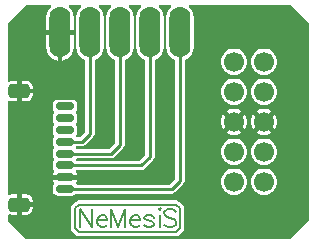
<source format=gtl>
G04*
G04 #@! TF.GenerationSoftware,Altium Limited,Altium Designer,23.4.1 (23)*
G04*
G04 Layer_Physical_Order=1*
G04 Layer_Color=255*
%FSLAX25Y25*%
%MOIN*%
G70*
G04*
G04 #@! TF.SameCoordinates,994BBBC9-EF8B-4D44-965E-D27BE21E36CE*
G04*
G04*
G04 #@! TF.FilePolarity,Positive*
G04*
G01*
G75*
G04:AMPARAMS|DCode=13|XSize=47.24mil|YSize=70.87mil|CornerRadius=11.81mil|HoleSize=0mil|Usage=FLASHONLY|Rotation=90.000|XOffset=0mil|YOffset=0mil|HoleType=Round|Shape=RoundedRectangle|*
%AMROUNDEDRECTD13*
21,1,0.04724,0.04724,0,0,90.0*
21,1,0.02362,0.07087,0,0,90.0*
1,1,0.02362,0.02362,0.01181*
1,1,0.02362,0.02362,-0.01181*
1,1,0.02362,-0.02362,-0.01181*
1,1,0.02362,-0.02362,0.01181*
%
%ADD13ROUNDEDRECTD13*%
G04:AMPARAMS|DCode=14|XSize=61.02mil|YSize=23.62mil|CornerRadius=5.91mil|HoleSize=0mil|Usage=FLASHONLY|Rotation=0.000|XOffset=0mil|YOffset=0mil|HoleType=Round|Shape=RoundedRectangle|*
%AMROUNDEDRECTD14*
21,1,0.06102,0.01181,0,0,0.0*
21,1,0.04921,0.02362,0,0,0.0*
1,1,0.01181,0.02461,-0.00591*
1,1,0.01181,-0.02461,-0.00591*
1,1,0.01181,-0.02461,0.00591*
1,1,0.01181,0.02461,0.00591*
%
%ADD14ROUNDEDRECTD14*%
G04:AMPARAMS|DCode=15|XSize=23.62mil|YSize=61.02mil|CornerRadius=5.91mil|HoleSize=0mil|Usage=FLASHONLY|Rotation=270.000|XOffset=0mil|YOffset=0mil|HoleType=Round|Shape=RoundedRectangle|*
%AMROUNDEDRECTD15*
21,1,0.02362,0.04921,0,0,270.0*
21,1,0.01181,0.06102,0,0,270.0*
1,1,0.01181,-0.02461,-0.00591*
1,1,0.01181,-0.02461,0.00591*
1,1,0.01181,0.02461,0.00591*
1,1,0.01181,0.02461,-0.00591*
%
%ADD15ROUNDEDRECTD15*%
%ADD21O,0.07000X0.16997*%
%ADD22C,0.00800*%
%ADD23C,0.01000*%
%ADD24C,0.06693*%
%ADD25C,0.02400*%
G36*
X199133Y236471D02*
X198791Y236208D01*
X198069Y235268D01*
X197616Y234173D01*
X197461Y232999D01*
Y223001D01*
X197616Y221827D01*
X198069Y220732D01*
X198791Y219792D01*
X199731Y219071D01*
X200471Y218764D01*
Y191133D01*
X198382Y189045D01*
X187677D01*
X187327Y189471D01*
X187475Y189931D01*
X189216D01*
X189802Y190048D01*
X190298Y190379D01*
X193081Y193163D01*
X193413Y193659D01*
X193529Y194244D01*
Y218764D01*
X194269Y219071D01*
X195209Y219792D01*
X195931Y220732D01*
X196384Y221827D01*
X196539Y223001D01*
Y232999D01*
X196384Y234173D01*
X195931Y235268D01*
X195209Y236208D01*
X194867Y236471D01*
X195037Y236971D01*
X198963D01*
X199133Y236471D01*
D02*
G37*
G36*
X209133D02*
X208791Y236208D01*
X208069Y235268D01*
X207616Y234173D01*
X207461Y232999D01*
Y223001D01*
X207616Y221827D01*
X208069Y220732D01*
X208791Y219792D01*
X209731Y219071D01*
X210471Y218764D01*
Y187134D01*
X208453Y185116D01*
X187515D01*
X187360Y185590D01*
X187691Y185986D01*
X199015D01*
X199601Y186102D01*
X200097Y186434D01*
X203081Y189419D01*
X203413Y189915D01*
X203529Y190500D01*
Y218764D01*
X204269Y219071D01*
X205209Y219792D01*
X205931Y220732D01*
X206384Y221827D01*
X206539Y223001D01*
Y232999D01*
X206384Y234173D01*
X205931Y235268D01*
X205209Y236208D01*
X204867Y236471D01*
X205037Y236971D01*
X208963D01*
X209133Y236471D01*
D02*
G37*
G36*
X264971Y230867D02*
Y165159D01*
X258841Y159029D01*
X170689D01*
X164529Y165189D01*
Y167237D01*
X164970Y167472D01*
X165197Y167321D01*
X166048Y167152D01*
X167610D01*
Y170556D01*
X168410D01*
D01*
X167610D01*
Y173961D01*
X166048D01*
X165197Y173792D01*
X164970Y173641D01*
X164529Y173876D01*
Y205086D01*
X164970Y205322D01*
X165202Y205167D01*
X166053Y204998D01*
X167615D01*
Y208403D01*
Y211807D01*
X166053D01*
X165202Y211638D01*
X164970Y211484D01*
X164529Y211719D01*
Y230826D01*
X170674Y236971D01*
X178963D01*
X179133Y236471D01*
X178791Y236208D01*
X178069Y235268D01*
X177616Y234173D01*
X177461Y232999D01*
Y228800D01*
X182000D01*
X186539D01*
Y232999D01*
X186384Y234173D01*
X185931Y235268D01*
X185209Y236208D01*
X184867Y236471D01*
X185037Y236971D01*
X188963D01*
X189133Y236471D01*
X188791Y236208D01*
X188069Y235268D01*
X187616Y234173D01*
X187461Y232999D01*
Y223001D01*
X187616Y221827D01*
X188069Y220732D01*
X188791Y219792D01*
X189731Y219071D01*
X190471Y218764D01*
Y194878D01*
X188583Y192990D01*
X187453D01*
X187312Y193444D01*
X187348Y193757D01*
X187636Y194187D01*
X187759Y194808D01*
Y195989D01*
X187636Y196609D01*
X187348Y197039D01*
X187311Y197366D01*
X187348Y197694D01*
X187636Y198124D01*
X187759Y198744D01*
Y199926D01*
X187636Y200546D01*
X187350Y200973D01*
X187277Y201526D01*
X187629Y202052D01*
X187752Y202673D01*
Y203854D01*
X187629Y204475D01*
X187277Y205001D01*
X186751Y205352D01*
X186131Y205476D01*
X181210D01*
X180589Y205352D01*
X180063Y205001D01*
X179711Y204475D01*
X179588Y203854D01*
Y202673D01*
X179711Y202052D01*
X179997Y201625D01*
X180069Y201072D01*
X179718Y200546D01*
X179594Y199926D01*
Y198744D01*
X179718Y198124D01*
X180005Y197694D01*
X180043Y197366D01*
X180005Y197039D01*
X179718Y196609D01*
X179594Y195989D01*
Y194808D01*
X179718Y194187D01*
X180005Y193757D01*
X180043Y193430D01*
X180005Y193102D01*
X179718Y192672D01*
X179594Y192052D01*
Y190870D01*
X179718Y190250D01*
X180069Y189724D01*
Y189257D01*
X180063Y189253D01*
X179711Y188727D01*
X179588Y188106D01*
Y186925D01*
X179711Y186304D01*
X179997Y185877D01*
X180069Y185324D01*
X179718Y184798D01*
X179594Y184178D01*
Y182996D01*
X179718Y182376D01*
X180005Y181946D01*
X180043Y181618D01*
X180005Y181291D01*
X179718Y180861D01*
X179636Y180450D01*
X183677D01*
X187717D01*
X187636Y180861D01*
X187348Y181291D01*
X187312Y181603D01*
X187457Y182057D01*
X209086D01*
X209672Y182174D01*
X210168Y182505D01*
X213081Y185419D01*
X213413Y185915D01*
X213529Y186500D01*
Y218764D01*
X214269Y219071D01*
X215209Y219792D01*
X215931Y220732D01*
X216384Y221827D01*
X216539Y223001D01*
Y232999D01*
X216384Y234173D01*
X215931Y235268D01*
X215209Y236208D01*
X214867Y236471D01*
X215037Y236971D01*
X218963D01*
X219133Y236471D01*
X218791Y236208D01*
X218069Y235268D01*
X217616Y234173D01*
X217461Y232999D01*
Y223001D01*
X217616Y221827D01*
X218069Y220732D01*
X218791Y219792D01*
X219731Y219071D01*
X220512Y218747D01*
Y179175D01*
X218572Y177235D01*
X187697D01*
X187283Y177679D01*
X187284Y177913D01*
X187636Y178439D01*
X187717Y178850D01*
X183677D01*
X179636D01*
X179718Y178439D01*
X180067Y177917D01*
X180064Y177443D01*
X179712Y176917D01*
X179589Y176296D01*
Y175115D01*
X179712Y174494D01*
X180064Y173968D01*
X180590Y173617D01*
X181210Y173493D01*
X186132D01*
X186752Y173617D01*
X187278Y173968D01*
X187417Y174176D01*
X219205D01*
X219791Y174293D01*
X220287Y174624D01*
X223123Y177460D01*
X223454Y177956D01*
X223571Y178542D01*
Y218781D01*
X224269Y219071D01*
X225209Y219792D01*
X225931Y220732D01*
X226384Y221827D01*
X226539Y223001D01*
Y232999D01*
X226384Y234173D01*
X225931Y235268D01*
X225209Y236208D01*
X224867Y236471D01*
X225037Y236971D01*
X258867D01*
X264971Y230867D01*
D02*
G37*
%LPC*%
G36*
X186539Y227200D02*
X182800D01*
Y218568D01*
X183175Y218617D01*
X184269Y219071D01*
X185209Y219792D01*
X185931Y220732D01*
X186384Y221827D01*
X186539Y223001D01*
Y227200D01*
D02*
G37*
G36*
X181200D02*
X177461D01*
Y223001D01*
X177616Y221827D01*
X178069Y220732D01*
X178791Y219792D01*
X179731Y219071D01*
X180825Y218617D01*
X181200Y218568D01*
Y227200D01*
D02*
G37*
G36*
X250606Y222564D02*
X249461D01*
X248356Y222268D01*
X247365Y221695D01*
X246556Y220886D01*
X245983Y219895D01*
X245687Y218790D01*
Y217645D01*
X245983Y216540D01*
X246556Y215549D01*
X247365Y214739D01*
X248356Y214167D01*
X249461Y213871D01*
X250606D01*
X251711Y214167D01*
X252702Y214739D01*
X253512Y215549D01*
X254084Y216540D01*
X254380Y217645D01*
Y218790D01*
X254084Y219895D01*
X253512Y220886D01*
X252702Y221695D01*
X251711Y222268D01*
X250606Y222564D01*
D02*
G37*
G36*
X240606D02*
X239461D01*
X238356Y222268D01*
X237365Y221695D01*
X236556Y220886D01*
X235983Y219895D01*
X235687Y218790D01*
Y217645D01*
X235983Y216540D01*
X236556Y215549D01*
X237365Y214739D01*
X238356Y214167D01*
X239461Y213871D01*
X240606D01*
X241711Y214167D01*
X242702Y214739D01*
X243512Y215549D01*
X244084Y216540D01*
X244380Y217645D01*
Y218790D01*
X244084Y219895D01*
X243512Y220886D01*
X242702Y221695D01*
X241711Y222268D01*
X240606Y222564D01*
D02*
G37*
G36*
X170777Y211807D02*
X169215D01*
Y209203D01*
X173001D01*
Y209584D01*
X172832Y210435D01*
X172350Y211156D01*
X171628Y211638D01*
X170777Y211807D01*
D02*
G37*
G36*
X173001Y207603D02*
X169215D01*
Y204998D01*
X170777D01*
X171628Y205167D01*
X172350Y205649D01*
X172832Y206370D01*
X173001Y207222D01*
Y207603D01*
D02*
G37*
G36*
X250606Y212564D02*
X249461D01*
X248356Y212268D01*
X247365Y211696D01*
X246556Y210886D01*
X245983Y209895D01*
X245687Y208790D01*
Y207645D01*
X245983Y206540D01*
X246556Y205549D01*
X247365Y204739D01*
X248356Y204167D01*
X249461Y203871D01*
X250606D01*
X251711Y204167D01*
X252702Y204739D01*
X253512Y205549D01*
X254084Y206540D01*
X254380Y207645D01*
Y208790D01*
X254084Y209895D01*
X253512Y210886D01*
X252702Y211696D01*
X251711Y212268D01*
X250606Y212564D01*
D02*
G37*
G36*
X240606D02*
X239461D01*
X238356Y212268D01*
X237365Y211696D01*
X236556Y210886D01*
X235983Y209895D01*
X235687Y208790D01*
Y207645D01*
X235983Y206540D01*
X236556Y205549D01*
X237365Y204739D01*
X238356Y204167D01*
X239461Y203871D01*
X240606D01*
X241711Y204167D01*
X242702Y204739D01*
X243512Y205549D01*
X244084Y206540D01*
X244380Y207645D01*
Y208790D01*
X244084Y209895D01*
X243512Y210886D01*
X242702Y211696D01*
X241711Y212268D01*
X240606Y212564D01*
D02*
G37*
G36*
X250606Y202564D02*
X249461D01*
X248356Y202268D01*
X247569Y201813D01*
X250034Y199349D01*
X252498Y201813D01*
X251711Y202268D01*
X250606Y202564D01*
D02*
G37*
G36*
X240606D02*
X239461D01*
X238356Y202268D01*
X237569Y201813D01*
X240034Y199349D01*
X242498Y201813D01*
X241711Y202268D01*
X240606Y202564D01*
D02*
G37*
G36*
X246438Y200682D02*
X245983Y199895D01*
X245687Y198790D01*
Y197645D01*
X245983Y196540D01*
X246438Y195753D01*
X248902Y198217D01*
X246438Y200682D01*
D02*
G37*
G36*
X236438D02*
X235983Y199895D01*
X235687Y198790D01*
Y197645D01*
X235983Y196540D01*
X236438Y195753D01*
X238902Y198217D01*
X236438Y200682D01*
D02*
G37*
G36*
X253630Y200682D02*
X251165Y198217D01*
X253630Y195753D01*
X254084Y196540D01*
X254380Y197645D01*
Y198790D01*
X254084Y199895D01*
X253630Y200682D01*
D02*
G37*
G36*
X243630D02*
X241165Y198217D01*
X243630Y195753D01*
X244084Y196540D01*
X244380Y197645D01*
Y198790D01*
X244084Y199895D01*
X243630Y200682D01*
D02*
G37*
G36*
X250034Y197086D02*
X247569Y194622D01*
X248356Y194167D01*
X249461Y193871D01*
X250606D01*
X251711Y194167D01*
X252498Y194622D01*
X250034Y197086D01*
D02*
G37*
G36*
X240034D02*
X237569Y194622D01*
X238356Y194167D01*
X239461Y193871D01*
X240606D01*
X241711Y194167D01*
X242498Y194622D01*
X240034Y197086D01*
D02*
G37*
G36*
X250606Y192564D02*
X249461D01*
X248356Y192268D01*
X247365Y191695D01*
X246556Y190886D01*
X245983Y189895D01*
X245687Y188790D01*
Y187645D01*
X245983Y186540D01*
X246556Y185549D01*
X247365Y184739D01*
X248356Y184167D01*
X249461Y183871D01*
X250606D01*
X251711Y184167D01*
X252702Y184739D01*
X253512Y185549D01*
X254084Y186540D01*
X254380Y187645D01*
Y188790D01*
X254084Y189895D01*
X253512Y190886D01*
X252702Y191695D01*
X251711Y192268D01*
X250606Y192564D01*
D02*
G37*
G36*
X240606D02*
X239461D01*
X238356Y192268D01*
X237365Y191695D01*
X236556Y190886D01*
X235983Y189895D01*
X235687Y188790D01*
Y187645D01*
X235983Y186540D01*
X236556Y185549D01*
X237365Y184739D01*
X238356Y184167D01*
X239461Y183871D01*
X240606D01*
X241711Y184167D01*
X242702Y184739D01*
X243512Y185549D01*
X244084Y186540D01*
X244380Y187645D01*
Y188790D01*
X244084Y189895D01*
X243512Y190886D01*
X242702Y191695D01*
X241711Y192268D01*
X240606Y192564D01*
D02*
G37*
G36*
X250606Y182564D02*
X249461D01*
X248356Y182268D01*
X247365Y181695D01*
X246556Y180886D01*
X245983Y179895D01*
X245687Y178790D01*
Y177645D01*
X245983Y176540D01*
X246556Y175549D01*
X247365Y174740D01*
X248356Y174167D01*
X249461Y173871D01*
X250606D01*
X251711Y174167D01*
X252702Y174740D01*
X253512Y175549D01*
X254084Y176540D01*
X254380Y177645D01*
Y178790D01*
X254084Y179895D01*
X253512Y180886D01*
X252702Y181695D01*
X251711Y182268D01*
X250606Y182564D01*
D02*
G37*
G36*
X240606D02*
X239461D01*
X238356Y182268D01*
X237365Y181695D01*
X236556Y180886D01*
X235983Y179895D01*
X235687Y178790D01*
Y177645D01*
X235983Y176540D01*
X236556Y175549D01*
X237365Y174740D01*
X238356Y174167D01*
X239461Y173871D01*
X240606D01*
X241711Y174167D01*
X242702Y174740D01*
X243512Y175549D01*
X244084Y176540D01*
X244380Y177645D01*
Y178790D01*
X244084Y179895D01*
X243512Y180886D01*
X242702Y181695D01*
X241711Y182268D01*
X240606Y182564D01*
D02*
G37*
G36*
X170773Y173961D02*
X169210D01*
Y171356D01*
X172996D01*
Y171738D01*
X172827Y172589D01*
X172345Y173310D01*
X171624Y173792D01*
X170773Y173961D01*
D02*
G37*
G36*
X172996Y169756D02*
X169210D01*
Y167152D01*
X170773D01*
X171624Y167321D01*
X172345Y167803D01*
X172827Y168524D01*
X172996Y169375D01*
Y169756D01*
D02*
G37*
G36*
X220776Y171927D02*
X220776Y171927D01*
X188217D01*
X187670Y171819D01*
X187207Y171509D01*
X187207Y171509D01*
X186052Y170354D01*
X185743Y169891D01*
X185634Y169345D01*
X185634Y169345D01*
Y162654D01*
X185634Y162654D01*
X185743Y162108D01*
X186052Y161645D01*
X187206Y160491D01*
X187206Y160491D01*
X187669Y160181D01*
X188216Y160073D01*
X188216Y160073D01*
X220784D01*
X220784Y160073D01*
X221331Y160181D01*
X221794Y160491D01*
X223015Y161712D01*
X223324Y162175D01*
X223433Y162721D01*
X223433Y162721D01*
Y169270D01*
X223433Y169270D01*
X223324Y169817D01*
X223015Y170280D01*
X221785Y171509D01*
X221322Y171819D01*
X220776Y171927D01*
D02*
G37*
%LPD*%
D13*
X168415Y208403D02*
D03*
X168410Y170556D02*
D03*
D14*
X183670Y203263D02*
D03*
Y187515D02*
D03*
X183671Y175706D02*
D03*
D15*
X183677Y199335D02*
D03*
Y195398D02*
D03*
Y191461D02*
D03*
Y183587D02*
D03*
Y179650D02*
D03*
D21*
X182000Y228000D02*
D03*
X202000D02*
D03*
X222000D02*
D03*
X212000D02*
D03*
X192000D02*
D03*
D22*
X187061Y162654D02*
X188216Y161500D01*
X187061Y162654D02*
Y169345D01*
X188217Y170500D01*
X188216Y161500D02*
X220784D01*
X222006Y162721D01*
X188217Y170500D02*
X220776D01*
X222006Y162721D02*
Y169270D01*
X220776Y170500D02*
X222006Y169270D01*
X188697Y169025D02*
Y163026D01*
Y169025D02*
X192696Y163026D01*
Y169025D02*
Y163026D01*
X194353Y165311D02*
X197781D01*
Y165883D01*
X197495Y166454D01*
X197209Y166739D01*
X196638Y167025D01*
X195781D01*
X195210Y166739D01*
X194638Y166168D01*
X194353Y165311D01*
Y164740D01*
X194638Y163883D01*
X195210Y163312D01*
X195781Y163026D01*
X196638D01*
X197209Y163312D01*
X197781Y163883D01*
X199066Y169025D02*
Y163026D01*
Y169025D02*
X201351Y163026D01*
X203637Y169025D02*
X201351Y163026D01*
X203637Y169025D02*
Y163026D01*
X205350Y165311D02*
X208778D01*
Y165883D01*
X208493Y166454D01*
X208207Y166739D01*
X207636Y167025D01*
X206779D01*
X206207Y166739D01*
X205636Y166168D01*
X205350Y165311D01*
Y164740D01*
X205636Y163883D01*
X206207Y163312D01*
X206779Y163026D01*
X207636D01*
X208207Y163312D01*
X208778Y163883D01*
X213206Y166168D02*
X212920Y166739D01*
X212063Y167025D01*
X211206D01*
X210349Y166739D01*
X210064Y166168D01*
X210349Y165597D01*
X210921Y165311D01*
X212349Y165026D01*
X212920Y164740D01*
X213206Y164169D01*
Y163883D01*
X212920Y163312D01*
X212063Y163026D01*
X211206D01*
X210349Y163312D01*
X210064Y163883D01*
X215034Y169025D02*
X215320Y168739D01*
X215605Y169025D01*
X215320Y169310D01*
X215034Y169025D01*
X215320Y167025D02*
Y163026D01*
X220661Y168168D02*
X220090Y168739D01*
X219233Y169025D01*
X218091D01*
X217234Y168739D01*
X216662Y168168D01*
Y167596D01*
X216948Y167025D01*
X217234Y166739D01*
X217805Y166454D01*
X219519Y165883D01*
X220090Y165597D01*
X220376Y165311D01*
X220661Y164740D01*
Y163883D01*
X220090Y163312D01*
X219233Y163026D01*
X218091D01*
X217234Y163312D01*
X216662Y163883D01*
D23*
X192000Y194244D02*
Y228000D01*
X183677Y191461D02*
X189216D01*
X192000Y194244D01*
X222042Y223500D02*
Y233000D01*
X183671Y175706D02*
X219205D01*
X222042Y178542D02*
Y223500D01*
X219205Y175706D02*
X222042Y178542D01*
X183677Y183587D02*
X209086D01*
X212000Y186500D02*
Y228000D01*
X209086Y183587D02*
X212000Y186500D01*
X202000Y190500D02*
Y228000D01*
X183671Y187515D02*
X199015D01*
X202000Y190500D01*
D24*
X250034Y178217D02*
D03*
X240034D02*
D03*
X250034Y188217D02*
D03*
X240034D02*
D03*
X250034Y198217D02*
D03*
X240034D02*
D03*
X250034Y208218D02*
D03*
X240034D02*
D03*
X250034Y218217D02*
D03*
X240034D02*
D03*
D25*
X182000Y223000D02*
D03*
X222042Y223500D02*
D03*
Y233000D02*
D03*
X182000D02*
D03*
X183677Y195397D02*
D03*
Y199335D02*
D03*
X183671Y203263D02*
D03*
X262000Y223000D02*
D03*
Y198000D02*
D03*
Y173000D02*
D03*
X251500Y235000D02*
D03*
Y161500D02*
D03*
X226500D02*
D03*
X176500D02*
D03*
M02*

</source>
